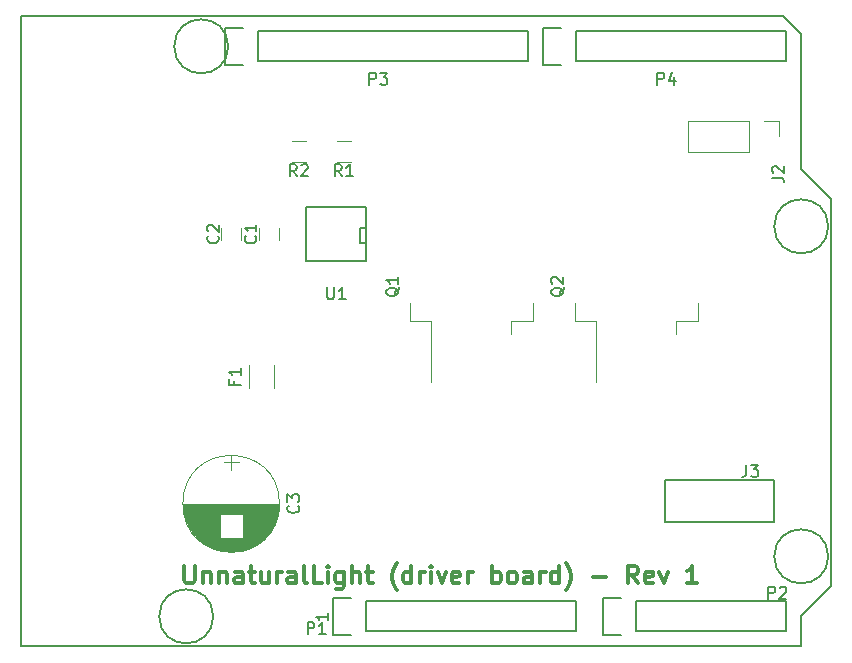
<source format=gto>
G04 #@! TF.FileFunction,Legend,Top*
%FSLAX46Y46*%
G04 Gerber Fmt 4.6, Leading zero omitted, Abs format (unit mm)*
G04 Created by KiCad (PCBNEW 4.0.6+dfsg1-1) date Mon Oct 16 00:40:44 2017*
%MOMM*%
%LPD*%
G01*
G04 APERTURE LIST*
%ADD10C,0.100000*%
%ADD11C,0.300000*%
%ADD12C,0.150000*%
%ADD13C,0.120000*%
G04 APERTURE END LIST*
D10*
D11*
X124819429Y-119543571D02*
X124819429Y-120757857D01*
X124890857Y-120900714D01*
X124962286Y-120972143D01*
X125105143Y-121043571D01*
X125390857Y-121043571D01*
X125533715Y-120972143D01*
X125605143Y-120900714D01*
X125676572Y-120757857D01*
X125676572Y-119543571D01*
X126390858Y-120043571D02*
X126390858Y-121043571D01*
X126390858Y-120186429D02*
X126462286Y-120115000D01*
X126605144Y-120043571D01*
X126819429Y-120043571D01*
X126962286Y-120115000D01*
X127033715Y-120257857D01*
X127033715Y-121043571D01*
X127748001Y-120043571D02*
X127748001Y-121043571D01*
X127748001Y-120186429D02*
X127819429Y-120115000D01*
X127962287Y-120043571D01*
X128176572Y-120043571D01*
X128319429Y-120115000D01*
X128390858Y-120257857D01*
X128390858Y-121043571D01*
X129748001Y-121043571D02*
X129748001Y-120257857D01*
X129676572Y-120115000D01*
X129533715Y-120043571D01*
X129248001Y-120043571D01*
X129105144Y-120115000D01*
X129748001Y-120972143D02*
X129605144Y-121043571D01*
X129248001Y-121043571D01*
X129105144Y-120972143D01*
X129033715Y-120829286D01*
X129033715Y-120686429D01*
X129105144Y-120543571D01*
X129248001Y-120472143D01*
X129605144Y-120472143D01*
X129748001Y-120400714D01*
X130248001Y-120043571D02*
X130819430Y-120043571D01*
X130462287Y-119543571D02*
X130462287Y-120829286D01*
X130533715Y-120972143D01*
X130676573Y-121043571D01*
X130819430Y-121043571D01*
X131962287Y-120043571D02*
X131962287Y-121043571D01*
X131319430Y-120043571D02*
X131319430Y-120829286D01*
X131390858Y-120972143D01*
X131533716Y-121043571D01*
X131748001Y-121043571D01*
X131890858Y-120972143D01*
X131962287Y-120900714D01*
X132676573Y-121043571D02*
X132676573Y-120043571D01*
X132676573Y-120329286D02*
X132748001Y-120186429D01*
X132819430Y-120115000D01*
X132962287Y-120043571D01*
X133105144Y-120043571D01*
X134248001Y-121043571D02*
X134248001Y-120257857D01*
X134176572Y-120115000D01*
X134033715Y-120043571D01*
X133748001Y-120043571D01*
X133605144Y-120115000D01*
X134248001Y-120972143D02*
X134105144Y-121043571D01*
X133748001Y-121043571D01*
X133605144Y-120972143D01*
X133533715Y-120829286D01*
X133533715Y-120686429D01*
X133605144Y-120543571D01*
X133748001Y-120472143D01*
X134105144Y-120472143D01*
X134248001Y-120400714D01*
X135176573Y-121043571D02*
X135033715Y-120972143D01*
X134962287Y-120829286D01*
X134962287Y-119543571D01*
X136462287Y-121043571D02*
X135748001Y-121043571D01*
X135748001Y-119543571D01*
X136962287Y-121043571D02*
X136962287Y-120043571D01*
X136962287Y-119543571D02*
X136890858Y-119615000D01*
X136962287Y-119686429D01*
X137033715Y-119615000D01*
X136962287Y-119543571D01*
X136962287Y-119686429D01*
X138319430Y-120043571D02*
X138319430Y-121257857D01*
X138248001Y-121400714D01*
X138176573Y-121472143D01*
X138033716Y-121543571D01*
X137819430Y-121543571D01*
X137676573Y-121472143D01*
X138319430Y-120972143D02*
X138176573Y-121043571D01*
X137890859Y-121043571D01*
X137748001Y-120972143D01*
X137676573Y-120900714D01*
X137605144Y-120757857D01*
X137605144Y-120329286D01*
X137676573Y-120186429D01*
X137748001Y-120115000D01*
X137890859Y-120043571D01*
X138176573Y-120043571D01*
X138319430Y-120115000D01*
X139033716Y-121043571D02*
X139033716Y-119543571D01*
X139676573Y-121043571D02*
X139676573Y-120257857D01*
X139605144Y-120115000D01*
X139462287Y-120043571D01*
X139248002Y-120043571D01*
X139105144Y-120115000D01*
X139033716Y-120186429D01*
X140176573Y-120043571D02*
X140748002Y-120043571D01*
X140390859Y-119543571D02*
X140390859Y-120829286D01*
X140462287Y-120972143D01*
X140605145Y-121043571D01*
X140748002Y-121043571D01*
X142819430Y-121615000D02*
X142748002Y-121543571D01*
X142605145Y-121329286D01*
X142533716Y-121186429D01*
X142462287Y-120972143D01*
X142390859Y-120615000D01*
X142390859Y-120329286D01*
X142462287Y-119972143D01*
X142533716Y-119757857D01*
X142605145Y-119615000D01*
X142748002Y-119400714D01*
X142819430Y-119329286D01*
X144033716Y-121043571D02*
X144033716Y-119543571D01*
X144033716Y-120972143D02*
X143890859Y-121043571D01*
X143605145Y-121043571D01*
X143462287Y-120972143D01*
X143390859Y-120900714D01*
X143319430Y-120757857D01*
X143319430Y-120329286D01*
X143390859Y-120186429D01*
X143462287Y-120115000D01*
X143605145Y-120043571D01*
X143890859Y-120043571D01*
X144033716Y-120115000D01*
X144748002Y-121043571D02*
X144748002Y-120043571D01*
X144748002Y-120329286D02*
X144819430Y-120186429D01*
X144890859Y-120115000D01*
X145033716Y-120043571D01*
X145176573Y-120043571D01*
X145676573Y-121043571D02*
X145676573Y-120043571D01*
X145676573Y-119543571D02*
X145605144Y-119615000D01*
X145676573Y-119686429D01*
X145748001Y-119615000D01*
X145676573Y-119543571D01*
X145676573Y-119686429D01*
X146248002Y-120043571D02*
X146605145Y-121043571D01*
X146962287Y-120043571D01*
X148105144Y-120972143D02*
X147962287Y-121043571D01*
X147676573Y-121043571D01*
X147533716Y-120972143D01*
X147462287Y-120829286D01*
X147462287Y-120257857D01*
X147533716Y-120115000D01*
X147676573Y-120043571D01*
X147962287Y-120043571D01*
X148105144Y-120115000D01*
X148176573Y-120257857D01*
X148176573Y-120400714D01*
X147462287Y-120543571D01*
X148819430Y-121043571D02*
X148819430Y-120043571D01*
X148819430Y-120329286D02*
X148890858Y-120186429D01*
X148962287Y-120115000D01*
X149105144Y-120043571D01*
X149248001Y-120043571D01*
X150890858Y-121043571D02*
X150890858Y-119543571D01*
X150890858Y-120115000D02*
X151033715Y-120043571D01*
X151319429Y-120043571D01*
X151462286Y-120115000D01*
X151533715Y-120186429D01*
X151605144Y-120329286D01*
X151605144Y-120757857D01*
X151533715Y-120900714D01*
X151462286Y-120972143D01*
X151319429Y-121043571D01*
X151033715Y-121043571D01*
X150890858Y-120972143D01*
X152462287Y-121043571D02*
X152319429Y-120972143D01*
X152248001Y-120900714D01*
X152176572Y-120757857D01*
X152176572Y-120329286D01*
X152248001Y-120186429D01*
X152319429Y-120115000D01*
X152462287Y-120043571D01*
X152676572Y-120043571D01*
X152819429Y-120115000D01*
X152890858Y-120186429D01*
X152962287Y-120329286D01*
X152962287Y-120757857D01*
X152890858Y-120900714D01*
X152819429Y-120972143D01*
X152676572Y-121043571D01*
X152462287Y-121043571D01*
X154248001Y-121043571D02*
X154248001Y-120257857D01*
X154176572Y-120115000D01*
X154033715Y-120043571D01*
X153748001Y-120043571D01*
X153605144Y-120115000D01*
X154248001Y-120972143D02*
X154105144Y-121043571D01*
X153748001Y-121043571D01*
X153605144Y-120972143D01*
X153533715Y-120829286D01*
X153533715Y-120686429D01*
X153605144Y-120543571D01*
X153748001Y-120472143D01*
X154105144Y-120472143D01*
X154248001Y-120400714D01*
X154962287Y-121043571D02*
X154962287Y-120043571D01*
X154962287Y-120329286D02*
X155033715Y-120186429D01*
X155105144Y-120115000D01*
X155248001Y-120043571D01*
X155390858Y-120043571D01*
X156533715Y-121043571D02*
X156533715Y-119543571D01*
X156533715Y-120972143D02*
X156390858Y-121043571D01*
X156105144Y-121043571D01*
X155962286Y-120972143D01*
X155890858Y-120900714D01*
X155819429Y-120757857D01*
X155819429Y-120329286D01*
X155890858Y-120186429D01*
X155962286Y-120115000D01*
X156105144Y-120043571D01*
X156390858Y-120043571D01*
X156533715Y-120115000D01*
X157105144Y-121615000D02*
X157176572Y-121543571D01*
X157319429Y-121329286D01*
X157390858Y-121186429D01*
X157462287Y-120972143D01*
X157533715Y-120615000D01*
X157533715Y-120329286D01*
X157462287Y-119972143D01*
X157390858Y-119757857D01*
X157319429Y-119615000D01*
X157176572Y-119400714D01*
X157105144Y-119329286D01*
X159390858Y-120472143D02*
X160533715Y-120472143D01*
X163248001Y-121043571D02*
X162748001Y-120329286D01*
X162390858Y-121043571D02*
X162390858Y-119543571D01*
X162962286Y-119543571D01*
X163105144Y-119615000D01*
X163176572Y-119686429D01*
X163248001Y-119829286D01*
X163248001Y-120043571D01*
X163176572Y-120186429D01*
X163105144Y-120257857D01*
X162962286Y-120329286D01*
X162390858Y-120329286D01*
X164462286Y-120972143D02*
X164319429Y-121043571D01*
X164033715Y-121043571D01*
X163890858Y-120972143D01*
X163819429Y-120829286D01*
X163819429Y-120257857D01*
X163890858Y-120115000D01*
X164033715Y-120043571D01*
X164319429Y-120043571D01*
X164462286Y-120115000D01*
X164533715Y-120257857D01*
X164533715Y-120400714D01*
X163819429Y-120543571D01*
X165033715Y-120043571D02*
X165390858Y-121043571D01*
X165748000Y-120043571D01*
X168248000Y-121043571D02*
X167390857Y-121043571D01*
X167819429Y-121043571D02*
X167819429Y-119543571D01*
X167676572Y-119757857D01*
X167533714Y-119900714D01*
X167390857Y-119972143D01*
D12*
X136950381Y-123579285D02*
X136950381Y-124150714D01*
X136950381Y-123865000D02*
X135950381Y-123865000D01*
X136093238Y-123960238D01*
X136188476Y-124055476D01*
X136236095Y-124150714D01*
X177038000Y-74549000D02*
X175514000Y-73025000D01*
X177038000Y-85979000D02*
X177038000Y-74549000D01*
X179578000Y-88519000D02*
X177038000Y-85979000D01*
X179578000Y-121285000D02*
X179578000Y-88519000D01*
X177038000Y-123825000D02*
X179578000Y-121285000D01*
X177038000Y-126365000D02*
X177038000Y-123825000D01*
X110998000Y-126365000D02*
X177038000Y-126365000D01*
X110998000Y-73025000D02*
X110998000Y-126365000D01*
X175514000Y-73025000D02*
X110998000Y-73025000D01*
X140208000Y-125095000D02*
X157988000Y-125095000D01*
X157988000Y-125095000D02*
X157988000Y-122555000D01*
X157988000Y-122555000D02*
X140208000Y-122555000D01*
X137388000Y-125375000D02*
X138938000Y-125375000D01*
X140208000Y-125095000D02*
X140208000Y-122555000D01*
X138938000Y-122275000D02*
X137388000Y-122275000D01*
X137388000Y-122275000D02*
X137388000Y-125375000D01*
X163068000Y-125095000D02*
X175768000Y-125095000D01*
X175768000Y-125095000D02*
X175768000Y-122555000D01*
X175768000Y-122555000D02*
X163068000Y-122555000D01*
X160248000Y-125375000D02*
X161798000Y-125375000D01*
X163068000Y-125095000D02*
X163068000Y-122555000D01*
X161798000Y-122275000D02*
X160248000Y-122275000D01*
X160248000Y-122275000D02*
X160248000Y-125375000D01*
X131064000Y-76835000D02*
X153924000Y-76835000D01*
X153924000Y-76835000D02*
X153924000Y-74295000D01*
X153924000Y-74295000D02*
X131064000Y-74295000D01*
X128244000Y-77115000D02*
X129794000Y-77115000D01*
X131064000Y-76835000D02*
X131064000Y-74295000D01*
X129794000Y-74015000D02*
X128244000Y-74015000D01*
X128244000Y-74015000D02*
X128244000Y-77115000D01*
X157988000Y-76835000D02*
X175768000Y-76835000D01*
X175768000Y-76835000D02*
X175768000Y-74295000D01*
X175768000Y-74295000D02*
X157988000Y-74295000D01*
X155168000Y-77115000D02*
X156718000Y-77115000D01*
X157988000Y-76835000D02*
X157988000Y-74295000D01*
X156718000Y-74015000D02*
X155168000Y-74015000D01*
X155168000Y-74015000D02*
X155168000Y-77115000D01*
X127254000Y-123825000D02*
G75*
G03X127254000Y-123825000I-2286000J0D01*
G01*
X179324000Y-118745000D02*
G75*
G03X179324000Y-118745000I-2286000J0D01*
G01*
X128524000Y-75565000D02*
G75*
G03X128524000Y-75565000I-2286000J0D01*
G01*
X179324000Y-90805000D02*
G75*
G03X179324000Y-90805000I-2286000J0D01*
G01*
D13*
X131103000Y-90940000D02*
X131103000Y-91940000D01*
X132803000Y-91940000D02*
X132803000Y-90940000D01*
X127928000Y-90940000D02*
X127928000Y-91940000D01*
X129628000Y-91940000D02*
X129628000Y-90940000D01*
X132868000Y-114295000D02*
G75*
G03X132868000Y-114295000I-4090000J0D01*
G01*
X132828000Y-114295000D02*
X124728000Y-114295000D01*
X132828000Y-114335000D02*
X124728000Y-114335000D01*
X132828000Y-114375000D02*
X124728000Y-114375000D01*
X132827000Y-114415000D02*
X124729000Y-114415000D01*
X132825000Y-114455000D02*
X124731000Y-114455000D01*
X132824000Y-114495000D02*
X124732000Y-114495000D01*
X132821000Y-114535000D02*
X124735000Y-114535000D01*
X132819000Y-114575000D02*
X124737000Y-114575000D01*
X132816000Y-114615000D02*
X124740000Y-114615000D01*
X132813000Y-114655000D02*
X124743000Y-114655000D01*
X132809000Y-114695000D02*
X124747000Y-114695000D01*
X132805000Y-114735000D02*
X124751000Y-114735000D01*
X132800000Y-114775000D02*
X124756000Y-114775000D01*
X132795000Y-114815000D02*
X124761000Y-114815000D01*
X132790000Y-114855000D02*
X124766000Y-114855000D01*
X132784000Y-114895000D02*
X124772000Y-114895000D01*
X132778000Y-114935000D02*
X124778000Y-114935000D01*
X132772000Y-114975000D02*
X124784000Y-114975000D01*
X132765000Y-115016000D02*
X124791000Y-115016000D01*
X132757000Y-115056000D02*
X124799000Y-115056000D01*
X132749000Y-115096000D02*
X124807000Y-115096000D01*
X132741000Y-115136000D02*
X124815000Y-115136000D01*
X132733000Y-115176000D02*
X124823000Y-115176000D01*
X132724000Y-115216000D02*
X129758000Y-115216000D01*
X127798000Y-115216000D02*
X124832000Y-115216000D01*
X132714000Y-115256000D02*
X129758000Y-115256000D01*
X127798000Y-115256000D02*
X124842000Y-115256000D01*
X132704000Y-115296000D02*
X129758000Y-115296000D01*
X127798000Y-115296000D02*
X124852000Y-115296000D01*
X132694000Y-115336000D02*
X129758000Y-115336000D01*
X127798000Y-115336000D02*
X124862000Y-115336000D01*
X132683000Y-115376000D02*
X129758000Y-115376000D01*
X127798000Y-115376000D02*
X124873000Y-115376000D01*
X132672000Y-115416000D02*
X129758000Y-115416000D01*
X127798000Y-115416000D02*
X124884000Y-115416000D01*
X132661000Y-115456000D02*
X129758000Y-115456000D01*
X127798000Y-115456000D02*
X124895000Y-115456000D01*
X132648000Y-115496000D02*
X129758000Y-115496000D01*
X127798000Y-115496000D02*
X124908000Y-115496000D01*
X132636000Y-115536000D02*
X129758000Y-115536000D01*
X127798000Y-115536000D02*
X124920000Y-115536000D01*
X132623000Y-115576000D02*
X129758000Y-115576000D01*
X127798000Y-115576000D02*
X124933000Y-115576000D01*
X132610000Y-115616000D02*
X129758000Y-115616000D01*
X127798000Y-115616000D02*
X124946000Y-115616000D01*
X132596000Y-115656000D02*
X129758000Y-115656000D01*
X127798000Y-115656000D02*
X124960000Y-115656000D01*
X132581000Y-115696000D02*
X129758000Y-115696000D01*
X127798000Y-115696000D02*
X124975000Y-115696000D01*
X132567000Y-115736000D02*
X129758000Y-115736000D01*
X127798000Y-115736000D02*
X124989000Y-115736000D01*
X132551000Y-115776000D02*
X129758000Y-115776000D01*
X127798000Y-115776000D02*
X125005000Y-115776000D01*
X132536000Y-115816000D02*
X129758000Y-115816000D01*
X127798000Y-115816000D02*
X125020000Y-115816000D01*
X132519000Y-115856000D02*
X129758000Y-115856000D01*
X127798000Y-115856000D02*
X125037000Y-115856000D01*
X132503000Y-115896000D02*
X129758000Y-115896000D01*
X127798000Y-115896000D02*
X125053000Y-115896000D01*
X132485000Y-115936000D02*
X129758000Y-115936000D01*
X127798000Y-115936000D02*
X125071000Y-115936000D01*
X132468000Y-115976000D02*
X129758000Y-115976000D01*
X127798000Y-115976000D02*
X125088000Y-115976000D01*
X132449000Y-116016000D02*
X129758000Y-116016000D01*
X127798000Y-116016000D02*
X125107000Y-116016000D01*
X132430000Y-116056000D02*
X129758000Y-116056000D01*
X127798000Y-116056000D02*
X125126000Y-116056000D01*
X132411000Y-116096000D02*
X129758000Y-116096000D01*
X127798000Y-116096000D02*
X125145000Y-116096000D01*
X132391000Y-116136000D02*
X129758000Y-116136000D01*
X127798000Y-116136000D02*
X125165000Y-116136000D01*
X132371000Y-116176000D02*
X129758000Y-116176000D01*
X127798000Y-116176000D02*
X125185000Y-116176000D01*
X132350000Y-116216000D02*
X129758000Y-116216000D01*
X127798000Y-116216000D02*
X125206000Y-116216000D01*
X132328000Y-116256000D02*
X129758000Y-116256000D01*
X127798000Y-116256000D02*
X125228000Y-116256000D01*
X132306000Y-116296000D02*
X129758000Y-116296000D01*
X127798000Y-116296000D02*
X125250000Y-116296000D01*
X132283000Y-116336000D02*
X129758000Y-116336000D01*
X127798000Y-116336000D02*
X125273000Y-116336000D01*
X132260000Y-116376000D02*
X129758000Y-116376000D01*
X127798000Y-116376000D02*
X125296000Y-116376000D01*
X132236000Y-116416000D02*
X129758000Y-116416000D01*
X127798000Y-116416000D02*
X125320000Y-116416000D01*
X132212000Y-116456000D02*
X129758000Y-116456000D01*
X127798000Y-116456000D02*
X125344000Y-116456000D01*
X132186000Y-116496000D02*
X129758000Y-116496000D01*
X127798000Y-116496000D02*
X125370000Y-116496000D01*
X132161000Y-116536000D02*
X129758000Y-116536000D01*
X127798000Y-116536000D02*
X125395000Y-116536000D01*
X132134000Y-116576000D02*
X129758000Y-116576000D01*
X127798000Y-116576000D02*
X125422000Y-116576000D01*
X132107000Y-116616000D02*
X129758000Y-116616000D01*
X127798000Y-116616000D02*
X125449000Y-116616000D01*
X132079000Y-116656000D02*
X129758000Y-116656000D01*
X127798000Y-116656000D02*
X125477000Y-116656000D01*
X132050000Y-116696000D02*
X129758000Y-116696000D01*
X127798000Y-116696000D02*
X125506000Y-116696000D01*
X132021000Y-116736000D02*
X129758000Y-116736000D01*
X127798000Y-116736000D02*
X125535000Y-116736000D01*
X131991000Y-116776000D02*
X129758000Y-116776000D01*
X127798000Y-116776000D02*
X125565000Y-116776000D01*
X131960000Y-116816000D02*
X129758000Y-116816000D01*
X127798000Y-116816000D02*
X125596000Y-116816000D01*
X131928000Y-116856000D02*
X129758000Y-116856000D01*
X127798000Y-116856000D02*
X125628000Y-116856000D01*
X131896000Y-116896000D02*
X129758000Y-116896000D01*
X127798000Y-116896000D02*
X125660000Y-116896000D01*
X131862000Y-116936000D02*
X129758000Y-116936000D01*
X127798000Y-116936000D02*
X125694000Y-116936000D01*
X131828000Y-116976000D02*
X129758000Y-116976000D01*
X127798000Y-116976000D02*
X125728000Y-116976000D01*
X131793000Y-117016000D02*
X129758000Y-117016000D01*
X127798000Y-117016000D02*
X125763000Y-117016000D01*
X131757000Y-117056000D02*
X129758000Y-117056000D01*
X127798000Y-117056000D02*
X125799000Y-117056000D01*
X131720000Y-117096000D02*
X129758000Y-117096000D01*
X127798000Y-117096000D02*
X125836000Y-117096000D01*
X131682000Y-117136000D02*
X129758000Y-117136000D01*
X127798000Y-117136000D02*
X125874000Y-117136000D01*
X131643000Y-117176000D02*
X125913000Y-117176000D01*
X131602000Y-117216000D02*
X125954000Y-117216000D01*
X131561000Y-117256000D02*
X125995000Y-117256000D01*
X131518000Y-117296000D02*
X126038000Y-117296000D01*
X131475000Y-117336000D02*
X126081000Y-117336000D01*
X131430000Y-117376000D02*
X126126000Y-117376000D01*
X131383000Y-117416000D02*
X126173000Y-117416000D01*
X131335000Y-117456000D02*
X126221000Y-117456000D01*
X131286000Y-117496000D02*
X126270000Y-117496000D01*
X131235000Y-117536000D02*
X126321000Y-117536000D01*
X131182000Y-117576000D02*
X126374000Y-117576000D01*
X131127000Y-117616000D02*
X126429000Y-117616000D01*
X131071000Y-117656000D02*
X126485000Y-117656000D01*
X131012000Y-117696000D02*
X126544000Y-117696000D01*
X130951000Y-117736000D02*
X126605000Y-117736000D01*
X130887000Y-117776000D02*
X126669000Y-117776000D01*
X130821000Y-117816000D02*
X126735000Y-117816000D01*
X130752000Y-117856000D02*
X126804000Y-117856000D01*
X130680000Y-117896000D02*
X126876000Y-117896000D01*
X130604000Y-117936000D02*
X126952000Y-117936000D01*
X130523000Y-117976000D02*
X127033000Y-117976000D01*
X130438000Y-118016000D02*
X127118000Y-118016000D01*
X130348000Y-118056000D02*
X127208000Y-118056000D01*
X130251000Y-118096000D02*
X127305000Y-118096000D01*
X130147000Y-118136000D02*
X127409000Y-118136000D01*
X130032000Y-118176000D02*
X127524000Y-118176000D01*
X129905000Y-118216000D02*
X127651000Y-118216000D01*
X129761000Y-118256000D02*
X127795000Y-118256000D01*
X129592000Y-118296000D02*
X127964000Y-118296000D01*
X129376000Y-118336000D02*
X128180000Y-118336000D01*
X129024000Y-118376000D02*
X128532000Y-118376000D01*
X128778000Y-110195000D02*
X128778000Y-111395000D01*
X129428000Y-110795000D02*
X128128000Y-110795000D01*
X132388000Y-102505000D02*
X132388000Y-104505000D01*
X130248000Y-104505000D02*
X130248000Y-102505000D01*
X167453000Y-81855000D02*
X167453000Y-84515000D01*
X172593000Y-81855000D02*
X167453000Y-81855000D01*
X172593000Y-84515000D02*
X167453000Y-84515000D01*
X172593000Y-81855000D02*
X172593000Y-84515000D01*
X173863000Y-81855000D02*
X175193000Y-81855000D01*
X175193000Y-81855000D02*
X175193000Y-83185000D01*
D12*
X173228000Y-115800000D02*
X174728000Y-115800000D01*
X174728000Y-115800000D02*
X174728000Y-112300000D01*
X174728000Y-112300000D02*
X165478000Y-112300000D01*
X165478000Y-112300000D02*
X165478000Y-115800000D01*
X165478000Y-115800000D02*
X173228000Y-115800000D01*
D13*
X143898000Y-97335000D02*
X143898000Y-98835000D01*
X143898000Y-98835000D02*
X145708000Y-98835000D01*
X145708000Y-98835000D02*
X145708000Y-103960000D01*
X154298000Y-97335000D02*
X154298000Y-98835000D01*
X154298000Y-98835000D02*
X152488000Y-98835000D01*
X152488000Y-98835000D02*
X152488000Y-99935000D01*
X157868000Y-97335000D02*
X157868000Y-98835000D01*
X157868000Y-98835000D02*
X159678000Y-98835000D01*
X159678000Y-98835000D02*
X159678000Y-103960000D01*
X168268000Y-97335000D02*
X168268000Y-98835000D01*
X168268000Y-98835000D02*
X166458000Y-98835000D01*
X166458000Y-98835000D02*
X166458000Y-99935000D01*
X137703000Y-83575000D02*
X138903000Y-83575000D01*
X138903000Y-85335000D02*
X137703000Y-85335000D01*
X133893000Y-83575000D02*
X135093000Y-83575000D01*
X135093000Y-85335000D02*
X133893000Y-85335000D01*
D12*
X140208000Y-93726000D02*
X135128000Y-93726000D01*
X135128000Y-93726000D02*
X135128000Y-89154000D01*
X135128000Y-89154000D02*
X140208000Y-89154000D01*
X140208000Y-89154000D02*
X140208000Y-93726000D01*
X140208000Y-92202000D02*
X139700000Y-92202000D01*
X139700000Y-92202000D02*
X139700000Y-90932000D01*
X139700000Y-90932000D02*
X140208000Y-90932000D01*
X135259905Y-125317381D02*
X135259905Y-124317381D01*
X135640858Y-124317381D01*
X135736096Y-124365000D01*
X135783715Y-124412619D01*
X135831334Y-124507857D01*
X135831334Y-124650714D01*
X135783715Y-124745952D01*
X135736096Y-124793571D01*
X135640858Y-124841190D01*
X135259905Y-124841190D01*
X136783715Y-125317381D02*
X136212286Y-125317381D01*
X136498000Y-125317381D02*
X136498000Y-124317381D01*
X136402762Y-124460238D01*
X136307524Y-124555476D01*
X136212286Y-124603095D01*
X174259905Y-122317381D02*
X174259905Y-121317381D01*
X174640858Y-121317381D01*
X174736096Y-121365000D01*
X174783715Y-121412619D01*
X174831334Y-121507857D01*
X174831334Y-121650714D01*
X174783715Y-121745952D01*
X174736096Y-121793571D01*
X174640858Y-121841190D01*
X174259905Y-121841190D01*
X175212286Y-121412619D02*
X175259905Y-121365000D01*
X175355143Y-121317381D01*
X175593239Y-121317381D01*
X175688477Y-121365000D01*
X175736096Y-121412619D01*
X175783715Y-121507857D01*
X175783715Y-121603095D01*
X175736096Y-121745952D01*
X175164667Y-122317381D01*
X175783715Y-122317381D01*
X140485905Y-78811381D02*
X140485905Y-77811381D01*
X140866858Y-77811381D01*
X140962096Y-77859000D01*
X141009715Y-77906619D01*
X141057334Y-78001857D01*
X141057334Y-78144714D01*
X141009715Y-78239952D01*
X140962096Y-78287571D01*
X140866858Y-78335190D01*
X140485905Y-78335190D01*
X141390667Y-77811381D02*
X142009715Y-77811381D01*
X141676381Y-78192333D01*
X141819239Y-78192333D01*
X141914477Y-78239952D01*
X141962096Y-78287571D01*
X142009715Y-78382810D01*
X142009715Y-78620905D01*
X141962096Y-78716143D01*
X141914477Y-78763762D01*
X141819239Y-78811381D01*
X141533524Y-78811381D01*
X141438286Y-78763762D01*
X141390667Y-78716143D01*
X164869905Y-78811381D02*
X164869905Y-77811381D01*
X165250858Y-77811381D01*
X165346096Y-77859000D01*
X165393715Y-77906619D01*
X165441334Y-78001857D01*
X165441334Y-78144714D01*
X165393715Y-78239952D01*
X165346096Y-78287571D01*
X165250858Y-78335190D01*
X164869905Y-78335190D01*
X166298477Y-78144714D02*
X166298477Y-78811381D01*
X166060381Y-77763762D02*
X165822286Y-78478048D01*
X166441334Y-78478048D01*
X130810143Y-91606666D02*
X130857762Y-91654285D01*
X130905381Y-91797142D01*
X130905381Y-91892380D01*
X130857762Y-92035238D01*
X130762524Y-92130476D01*
X130667286Y-92178095D01*
X130476810Y-92225714D01*
X130333952Y-92225714D01*
X130143476Y-92178095D01*
X130048238Y-92130476D01*
X129953000Y-92035238D01*
X129905381Y-91892380D01*
X129905381Y-91797142D01*
X129953000Y-91654285D01*
X130000619Y-91606666D01*
X130905381Y-90654285D02*
X130905381Y-91225714D01*
X130905381Y-90940000D02*
X129905381Y-90940000D01*
X130048238Y-91035238D01*
X130143476Y-91130476D01*
X130191095Y-91225714D01*
X127635143Y-91606666D02*
X127682762Y-91654285D01*
X127730381Y-91797142D01*
X127730381Y-91892380D01*
X127682762Y-92035238D01*
X127587524Y-92130476D01*
X127492286Y-92178095D01*
X127301810Y-92225714D01*
X127158952Y-92225714D01*
X126968476Y-92178095D01*
X126873238Y-92130476D01*
X126778000Y-92035238D01*
X126730381Y-91892380D01*
X126730381Y-91797142D01*
X126778000Y-91654285D01*
X126825619Y-91606666D01*
X126825619Y-91225714D02*
X126778000Y-91178095D01*
X126730381Y-91082857D01*
X126730381Y-90844761D01*
X126778000Y-90749523D01*
X126825619Y-90701904D01*
X126920857Y-90654285D01*
X127016095Y-90654285D01*
X127158952Y-90701904D01*
X127730381Y-91273333D01*
X127730381Y-90654285D01*
X134445143Y-114461666D02*
X134492762Y-114509285D01*
X134540381Y-114652142D01*
X134540381Y-114747380D01*
X134492762Y-114890238D01*
X134397524Y-114985476D01*
X134302286Y-115033095D01*
X134111810Y-115080714D01*
X133968952Y-115080714D01*
X133778476Y-115033095D01*
X133683238Y-114985476D01*
X133588000Y-114890238D01*
X133540381Y-114747380D01*
X133540381Y-114652142D01*
X133588000Y-114509285D01*
X133635619Y-114461666D01*
X133540381Y-114128333D02*
X133540381Y-113509285D01*
X133921333Y-113842619D01*
X133921333Y-113699761D01*
X133968952Y-113604523D01*
X134016571Y-113556904D01*
X134111810Y-113509285D01*
X134349905Y-113509285D01*
X134445143Y-113556904D01*
X134492762Y-113604523D01*
X134540381Y-113699761D01*
X134540381Y-113985476D01*
X134492762Y-114080714D01*
X134445143Y-114128333D01*
X129046571Y-103888333D02*
X129046571Y-104221667D01*
X129570381Y-104221667D02*
X128570381Y-104221667D01*
X128570381Y-103745476D01*
X129570381Y-102840714D02*
X129570381Y-103412143D01*
X129570381Y-103126429D02*
X128570381Y-103126429D01*
X128713238Y-103221667D01*
X128808476Y-103316905D01*
X128856095Y-103412143D01*
X174585381Y-86693333D02*
X175299667Y-86693333D01*
X175442524Y-86740953D01*
X175537762Y-86836191D01*
X175585381Y-86979048D01*
X175585381Y-87074286D01*
X174680619Y-86264762D02*
X174633000Y-86217143D01*
X174585381Y-86121905D01*
X174585381Y-85883809D01*
X174633000Y-85788571D01*
X174680619Y-85740952D01*
X174775857Y-85693333D01*
X174871095Y-85693333D01*
X175013952Y-85740952D01*
X175585381Y-86312381D01*
X175585381Y-85693333D01*
X172394667Y-111002381D02*
X172394667Y-111716667D01*
X172347047Y-111859524D01*
X172251809Y-111954762D01*
X172108952Y-112002381D01*
X172013714Y-112002381D01*
X172775619Y-111002381D02*
X173394667Y-111002381D01*
X173061333Y-111383333D01*
X173204191Y-111383333D01*
X173299429Y-111430952D01*
X173347048Y-111478571D01*
X173394667Y-111573810D01*
X173394667Y-111811905D01*
X173347048Y-111907143D01*
X173299429Y-111954762D01*
X173204191Y-112002381D01*
X172918476Y-112002381D01*
X172823238Y-111954762D01*
X172775619Y-111907143D01*
X142995619Y-95980238D02*
X142948000Y-96075476D01*
X142852762Y-96170714D01*
X142709905Y-96313571D01*
X142662286Y-96408810D01*
X142662286Y-96504048D01*
X142900381Y-96456429D02*
X142852762Y-96551667D01*
X142757524Y-96646905D01*
X142567048Y-96694524D01*
X142233714Y-96694524D01*
X142043238Y-96646905D01*
X141948000Y-96551667D01*
X141900381Y-96456429D01*
X141900381Y-96265952D01*
X141948000Y-96170714D01*
X142043238Y-96075476D01*
X142233714Y-96027857D01*
X142567048Y-96027857D01*
X142757524Y-96075476D01*
X142852762Y-96170714D01*
X142900381Y-96265952D01*
X142900381Y-96456429D01*
X142900381Y-95075476D02*
X142900381Y-95646905D01*
X142900381Y-95361191D02*
X141900381Y-95361191D01*
X142043238Y-95456429D01*
X142138476Y-95551667D01*
X142186095Y-95646905D01*
X156965619Y-95980238D02*
X156918000Y-96075476D01*
X156822762Y-96170714D01*
X156679905Y-96313571D01*
X156632286Y-96408810D01*
X156632286Y-96504048D01*
X156870381Y-96456429D02*
X156822762Y-96551667D01*
X156727524Y-96646905D01*
X156537048Y-96694524D01*
X156203714Y-96694524D01*
X156013238Y-96646905D01*
X155918000Y-96551667D01*
X155870381Y-96456429D01*
X155870381Y-96265952D01*
X155918000Y-96170714D01*
X156013238Y-96075476D01*
X156203714Y-96027857D01*
X156537048Y-96027857D01*
X156727524Y-96075476D01*
X156822762Y-96170714D01*
X156870381Y-96265952D01*
X156870381Y-96456429D01*
X155965619Y-95646905D02*
X155918000Y-95599286D01*
X155870381Y-95504048D01*
X155870381Y-95265952D01*
X155918000Y-95170714D01*
X155965619Y-95123095D01*
X156060857Y-95075476D01*
X156156095Y-95075476D01*
X156298952Y-95123095D01*
X156870381Y-95694524D01*
X156870381Y-95075476D01*
X138136334Y-86557381D02*
X137803000Y-86081190D01*
X137564905Y-86557381D02*
X137564905Y-85557381D01*
X137945858Y-85557381D01*
X138041096Y-85605000D01*
X138088715Y-85652619D01*
X138136334Y-85747857D01*
X138136334Y-85890714D01*
X138088715Y-85985952D01*
X138041096Y-86033571D01*
X137945858Y-86081190D01*
X137564905Y-86081190D01*
X139088715Y-86557381D02*
X138517286Y-86557381D01*
X138803000Y-86557381D02*
X138803000Y-85557381D01*
X138707762Y-85700238D01*
X138612524Y-85795476D01*
X138517286Y-85843095D01*
X134326334Y-86557381D02*
X133993000Y-86081190D01*
X133754905Y-86557381D02*
X133754905Y-85557381D01*
X134135858Y-85557381D01*
X134231096Y-85605000D01*
X134278715Y-85652619D01*
X134326334Y-85747857D01*
X134326334Y-85890714D01*
X134278715Y-85985952D01*
X134231096Y-86033571D01*
X134135858Y-86081190D01*
X133754905Y-86081190D01*
X134707286Y-85652619D02*
X134754905Y-85605000D01*
X134850143Y-85557381D01*
X135088239Y-85557381D01*
X135183477Y-85605000D01*
X135231096Y-85652619D01*
X135278715Y-85747857D01*
X135278715Y-85843095D01*
X135231096Y-85985952D01*
X134659667Y-86557381D01*
X135278715Y-86557381D01*
X136906095Y-95972381D02*
X136906095Y-96781905D01*
X136953714Y-96877143D01*
X137001333Y-96924762D01*
X137096571Y-96972381D01*
X137287048Y-96972381D01*
X137382286Y-96924762D01*
X137429905Y-96877143D01*
X137477524Y-96781905D01*
X137477524Y-95972381D01*
X138477524Y-96972381D02*
X137906095Y-96972381D01*
X138191809Y-96972381D02*
X138191809Y-95972381D01*
X138096571Y-96115238D01*
X138001333Y-96210476D01*
X137906095Y-96258095D01*
M02*

</source>
